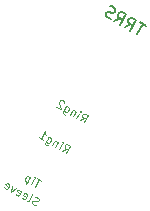
<source format=gbr>
G04 #@! TF.GenerationSoftware,KiCad,Pcbnew,8.0.4*
G04 #@! TF.CreationDate,2024-09-23T05:23:03+03:00*
G04 #@! TF.ProjectId,muikku42,6d75696b-6b75-4343-922e-6b696361645f,rev?*
G04 #@! TF.SameCoordinates,Original*
G04 #@! TF.FileFunction,AssemblyDrawing,Bot*
%FSLAX46Y46*%
G04 Gerber Fmt 4.6, Leading zero omitted, Abs format (unit mm)*
G04 Created by KiCad (PCBNEW 8.0.4) date 2024-09-23 05:23:03*
%MOMM*%
%LPD*%
G01*
G04 APERTURE LIST*
%ADD10C,0.150000*%
%ADD11C,0.100000*%
G04 APERTURE END LIST*
D10*
X222798443Y-97811250D02*
X222303572Y-97525536D01*
X222051008Y-98534419D02*
X222551008Y-97668393D01*
X221020025Y-97939180D02*
X221546795Y-97693454D01*
X221514896Y-98224895D02*
X222014896Y-97358869D01*
X222014896Y-97358869D02*
X221684982Y-97168393D01*
X221684982Y-97168393D02*
X221578694Y-97162013D01*
X221578694Y-97162013D02*
X221513645Y-97179443D01*
X221513645Y-97179443D02*
X221424787Y-97238112D01*
X221424787Y-97238112D02*
X221353358Y-97361830D01*
X221353358Y-97361830D02*
X221346978Y-97468118D01*
X221346978Y-97468118D02*
X221364408Y-97533167D01*
X221364408Y-97533167D02*
X221423077Y-97622025D01*
X221423077Y-97622025D02*
X221752992Y-97812502D01*
X220153999Y-97439180D02*
X220680770Y-97193454D01*
X220648871Y-97724895D02*
X221148871Y-96858869D01*
X221148871Y-96858869D02*
X220818957Y-96668393D01*
X220818957Y-96668393D02*
X220712668Y-96662013D01*
X220712668Y-96662013D02*
X220647620Y-96679443D01*
X220647620Y-96679443D02*
X220558761Y-96738112D01*
X220558761Y-96738112D02*
X220487333Y-96861830D01*
X220487333Y-96861830D02*
X220480953Y-96968118D01*
X220480953Y-96968118D02*
X220498383Y-97033167D01*
X220498383Y-97033167D02*
X220557052Y-97122025D01*
X220557052Y-97122025D02*
X220886966Y-97312502D01*
X219847894Y-97207465D02*
X219700367Y-97177276D01*
X219700367Y-97177276D02*
X219494170Y-97058228D01*
X219494170Y-97058228D02*
X219435501Y-96969370D01*
X219435501Y-96969370D02*
X219418072Y-96904321D01*
X219418072Y-96904321D02*
X219424451Y-96798033D01*
X219424451Y-96798033D02*
X219472070Y-96715554D01*
X219472070Y-96715554D02*
X219560929Y-96656885D01*
X219560929Y-96656885D02*
X219625978Y-96639455D01*
X219625978Y-96639455D02*
X219732266Y-96645835D01*
X219732266Y-96645835D02*
X219921032Y-96699834D01*
X219921032Y-96699834D02*
X220027321Y-96706214D01*
X220027321Y-96706214D02*
X220092369Y-96688784D01*
X220092369Y-96688784D02*
X220181228Y-96630115D01*
X220181228Y-96630115D02*
X220228847Y-96547636D01*
X220228847Y-96547636D02*
X220235227Y-96441348D01*
X220235227Y-96441348D02*
X220217797Y-96376299D01*
X220217797Y-96376299D02*
X220159128Y-96287441D01*
X220159128Y-96287441D02*
X219952931Y-96168393D01*
X219952931Y-96168393D02*
X219805404Y-96138204D01*
D11*
X217209539Y-105801042D02*
X217578278Y-105629034D01*
X217555949Y-106001042D02*
X217905949Y-105394824D01*
X217905949Y-105394824D02*
X217675009Y-105261491D01*
X217675009Y-105261491D02*
X217600608Y-105257025D01*
X217600608Y-105257025D02*
X217555073Y-105269226D01*
X217555073Y-105269226D02*
X217492872Y-105310294D01*
X217492872Y-105310294D02*
X217442872Y-105396897D01*
X217442872Y-105396897D02*
X217438407Y-105471299D01*
X217438407Y-105471299D02*
X217450608Y-105516833D01*
X217450608Y-105516833D02*
X217491676Y-105579034D01*
X217491676Y-105579034D02*
X217722616Y-105712367D01*
X216949732Y-105651042D02*
X217183065Y-105246897D01*
X217299732Y-105044824D02*
X217311932Y-105090359D01*
X217311932Y-105090359D02*
X217266398Y-105102559D01*
X217266398Y-105102559D02*
X217254197Y-105057025D01*
X217254197Y-105057025D02*
X217299732Y-105044824D01*
X217299732Y-105044824D02*
X217266398Y-105102559D01*
X216894390Y-105080231D02*
X216661057Y-105484376D01*
X216861057Y-105137966D02*
X216848856Y-105092431D01*
X216848856Y-105092431D02*
X216807787Y-105030231D01*
X216807787Y-105030231D02*
X216721185Y-104980231D01*
X216721185Y-104980231D02*
X216646783Y-104975765D01*
X216646783Y-104975765D02*
X216584582Y-105016833D01*
X216584582Y-105016833D02*
X216401249Y-105334376D01*
X216086100Y-104613564D02*
X215802767Y-105104312D01*
X215802767Y-105104312D02*
X215798301Y-105178713D01*
X215798301Y-105178713D02*
X215810502Y-105224248D01*
X215810502Y-105224248D02*
X215851570Y-105286448D01*
X215851570Y-105286448D02*
X215938173Y-105336448D01*
X215938173Y-105336448D02*
X216012574Y-105340914D01*
X215869433Y-104988842D02*
X215910502Y-105051043D01*
X215910502Y-105051043D02*
X216025972Y-105117709D01*
X216025972Y-105117709D02*
X216100373Y-105122175D01*
X216100373Y-105122175D02*
X216145908Y-105109974D01*
X216145908Y-105109974D02*
X216208108Y-105068906D01*
X216208108Y-105068906D02*
X216308108Y-104895701D01*
X216308108Y-104895701D02*
X216312574Y-104821299D01*
X216312574Y-104821299D02*
X216300373Y-104775765D01*
X216300373Y-104775765D02*
X216259305Y-104713564D01*
X216259305Y-104713564D02*
X216143835Y-104646897D01*
X216143835Y-104646897D02*
X216069433Y-104642432D01*
X215909626Y-104319227D02*
X215897425Y-104273692D01*
X215897425Y-104273692D02*
X215856357Y-104211492D01*
X215856357Y-104211492D02*
X215712019Y-104128158D01*
X215712019Y-104128158D02*
X215637617Y-104123692D01*
X215637617Y-104123692D02*
X215592083Y-104135893D01*
X215592083Y-104135893D02*
X215529882Y-104176962D01*
X215529882Y-104176962D02*
X215496549Y-104234697D01*
X215496549Y-104234697D02*
X215475417Y-104337966D01*
X215475417Y-104337966D02*
X215621827Y-104884376D01*
X215621827Y-104884376D02*
X215246549Y-104667709D01*
X215709540Y-108399117D02*
X216078279Y-108227109D01*
X216055950Y-108599117D02*
X216405950Y-107992899D01*
X216405950Y-107992899D02*
X216175010Y-107859566D01*
X216175010Y-107859566D02*
X216100609Y-107855100D01*
X216100609Y-107855100D02*
X216055074Y-107867301D01*
X216055074Y-107867301D02*
X215992873Y-107908369D01*
X215992873Y-107908369D02*
X215942873Y-107994972D01*
X215942873Y-107994972D02*
X215938408Y-108069374D01*
X215938408Y-108069374D02*
X215950609Y-108114908D01*
X215950609Y-108114908D02*
X215991677Y-108177109D01*
X215991677Y-108177109D02*
X216222617Y-108310442D01*
X215449733Y-108249117D02*
X215683066Y-107844972D01*
X215799733Y-107642899D02*
X215811933Y-107688434D01*
X215811933Y-107688434D02*
X215766399Y-107700634D01*
X215766399Y-107700634D02*
X215754198Y-107655100D01*
X215754198Y-107655100D02*
X215799733Y-107642899D01*
X215799733Y-107642899D02*
X215766399Y-107700634D01*
X215394391Y-107678306D02*
X215161058Y-108082451D01*
X215361058Y-107736041D02*
X215348857Y-107690506D01*
X215348857Y-107690506D02*
X215307788Y-107628306D01*
X215307788Y-107628306D02*
X215221186Y-107578306D01*
X215221186Y-107578306D02*
X215146784Y-107573840D01*
X215146784Y-107573840D02*
X215084583Y-107614908D01*
X215084583Y-107614908D02*
X214901250Y-107932451D01*
X214586101Y-107211639D02*
X214302768Y-107702387D01*
X214302768Y-107702387D02*
X214298302Y-107776788D01*
X214298302Y-107776788D02*
X214310503Y-107822323D01*
X214310503Y-107822323D02*
X214351571Y-107884523D01*
X214351571Y-107884523D02*
X214438174Y-107934523D01*
X214438174Y-107934523D02*
X214512575Y-107938989D01*
X214369434Y-107586917D02*
X214410503Y-107649118D01*
X214410503Y-107649118D02*
X214525973Y-107715784D01*
X214525973Y-107715784D02*
X214600374Y-107720250D01*
X214600374Y-107720250D02*
X214645909Y-107708049D01*
X214645909Y-107708049D02*
X214708109Y-107666981D01*
X214708109Y-107666981D02*
X214808109Y-107493776D01*
X214808109Y-107493776D02*
X214812575Y-107419374D01*
X214812575Y-107419374D02*
X214800374Y-107373840D01*
X214800374Y-107373840D02*
X214759306Y-107311639D01*
X214759306Y-107311639D02*
X214643836Y-107244972D01*
X214643836Y-107244972D02*
X214569434Y-107240507D01*
X213746550Y-107265784D02*
X214092960Y-107465784D01*
X213919755Y-107365784D02*
X214269755Y-106759567D01*
X214269755Y-106759567D02*
X214277490Y-106879502D01*
X214277490Y-106879502D02*
X214301892Y-106970571D01*
X214301892Y-106970571D02*
X214342960Y-107032772D01*
X213483182Y-113021948D02*
X213379912Y-113000816D01*
X213379912Y-113000816D02*
X213235575Y-112917483D01*
X213235575Y-112917483D02*
X213194506Y-112855282D01*
X213194506Y-112855282D02*
X213182306Y-112809748D01*
X213182306Y-112809748D02*
X213186771Y-112735346D01*
X213186771Y-112735346D02*
X213220105Y-112677611D01*
X213220105Y-112677611D02*
X213282306Y-112636542D01*
X213282306Y-112636542D02*
X213327840Y-112624342D01*
X213327840Y-112624342D02*
X213402241Y-112628807D01*
X213402241Y-112628807D02*
X213534378Y-112666607D01*
X213534378Y-112666607D02*
X213608780Y-112671072D01*
X213608780Y-112671072D02*
X213654314Y-112658872D01*
X213654314Y-112658872D02*
X213716515Y-112617803D01*
X213716515Y-112617803D02*
X213749848Y-112560068D01*
X213749848Y-112560068D02*
X213754314Y-112485666D01*
X213754314Y-112485666D02*
X213742113Y-112440132D01*
X213742113Y-112440132D02*
X213701045Y-112377931D01*
X213701045Y-112377931D02*
X213556707Y-112294598D01*
X213556707Y-112294598D02*
X213453438Y-112273466D01*
X212773694Y-112650816D02*
X212848096Y-112655282D01*
X212848096Y-112655282D02*
X212910297Y-112614213D01*
X212910297Y-112614213D02*
X213210297Y-112094598D01*
X212328480Y-112355281D02*
X212369549Y-112417482D01*
X212369549Y-112417482D02*
X212485019Y-112484149D01*
X212485019Y-112484149D02*
X212559421Y-112488615D01*
X212559421Y-112488615D02*
X212621621Y-112447546D01*
X212621621Y-112447546D02*
X212754955Y-112216606D01*
X212754955Y-112216606D02*
X212759421Y-112142205D01*
X212759421Y-112142205D02*
X212718352Y-112080004D01*
X212718352Y-112080004D02*
X212602882Y-112013337D01*
X212602882Y-112013337D02*
X212528480Y-112008871D01*
X212528480Y-112008871D02*
X212466280Y-112049940D01*
X212466280Y-112049940D02*
X212432946Y-112107675D01*
X212432946Y-112107675D02*
X212688288Y-112332076D01*
X211808865Y-112055281D02*
X211849934Y-112117482D01*
X211849934Y-112117482D02*
X211965404Y-112184149D01*
X211965404Y-112184149D02*
X212039805Y-112188615D01*
X212039805Y-112188615D02*
X212102006Y-112147546D01*
X212102006Y-112147546D02*
X212235340Y-111916606D01*
X212235340Y-111916606D02*
X212239805Y-111842205D01*
X212239805Y-111842205D02*
X212198737Y-111780004D01*
X212198737Y-111780004D02*
X212083267Y-111713337D01*
X212083267Y-111713337D02*
X212008865Y-111708871D01*
X212008865Y-111708871D02*
X211946664Y-111749940D01*
X211946664Y-111749940D02*
X211913331Y-111807675D01*
X211913331Y-111807675D02*
X212168673Y-112032076D01*
X211794592Y-111546670D02*
X211416921Y-111867482D01*
X211416921Y-111867482D02*
X211505917Y-111380004D01*
X210827370Y-111488615D02*
X210868438Y-111550816D01*
X210868438Y-111550816D02*
X210983908Y-111617482D01*
X210983908Y-111617482D02*
X211058310Y-111621948D01*
X211058310Y-111621948D02*
X211120511Y-111580880D01*
X211120511Y-111580880D02*
X211253844Y-111349940D01*
X211253844Y-111349940D02*
X211258310Y-111275538D01*
X211258310Y-111275538D02*
X211217242Y-111213337D01*
X211217242Y-111213337D02*
X211101772Y-111146671D01*
X211101772Y-111146671D02*
X211027370Y-111142205D01*
X211027370Y-111142205D02*
X210965169Y-111183273D01*
X210965169Y-111183273D02*
X210931836Y-111241008D01*
X210931836Y-111241008D02*
X211187178Y-111465410D01*
X213982467Y-110923828D02*
X213636057Y-110723828D01*
X213459262Y-111430046D02*
X213809262Y-110823828D01*
X213083985Y-111213380D02*
X213317318Y-110809235D01*
X213433985Y-110607162D02*
X213446185Y-110652696D01*
X213446185Y-110652696D02*
X213400651Y-110664897D01*
X213400651Y-110664897D02*
X213388450Y-110619363D01*
X213388450Y-110619363D02*
X213433985Y-110607162D01*
X213433985Y-110607162D02*
X213400651Y-110664897D01*
X213028643Y-110642568D02*
X212678643Y-111248786D01*
X213011976Y-110671436D02*
X212970908Y-110609235D01*
X212970908Y-110609235D02*
X212855438Y-110542568D01*
X212855438Y-110542568D02*
X212781036Y-110538102D01*
X212781036Y-110538102D02*
X212735502Y-110550303D01*
X212735502Y-110550303D02*
X212673301Y-110591371D01*
X212673301Y-110591371D02*
X212573301Y-110764577D01*
X212573301Y-110764577D02*
X212568835Y-110838978D01*
X212568835Y-110838978D02*
X212581036Y-110884512D01*
X212581036Y-110884512D02*
X212622105Y-110946713D01*
X212622105Y-110946713D02*
X212737575Y-111013380D01*
X212737575Y-111013380D02*
X212811976Y-111017846D01*
M02*

</source>
